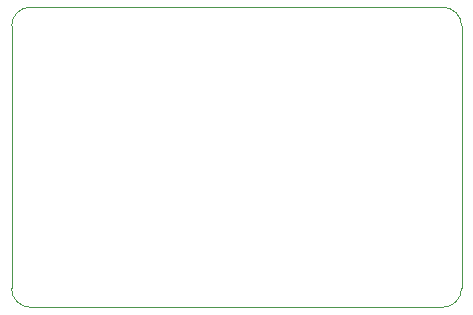
<source format=gm1>
G04 #@! TF.GenerationSoftware,KiCad,Pcbnew,(5.1.5)-3*
G04 #@! TF.CreationDate,2020-04-16T21:49:39-04:00*
G04 #@! TF.ProjectId,binarykb,62696e61-7279-46b6-922e-6b696361645f,rev?*
G04 #@! TF.SameCoordinates,Original*
G04 #@! TF.FileFunction,Profile,NP*
%FSLAX46Y46*%
G04 Gerber Fmt 4.6, Leading zero omitted, Abs format (unit mm)*
G04 Created by KiCad (PCBNEW (5.1.5)-3) date 2020-04-16 21:49:39*
%MOMM*%
%LPD*%
G04 APERTURE LIST*
%ADD10C,0.050000*%
G04 APERTURE END LIST*
D10*
X43656250Y-116681250D02*
X78581250Y-116681250D01*
X42068750Y-140493750D02*
X42068750Y-118268750D01*
X78581250Y-142081250D02*
X43656250Y-142081250D01*
X80168750Y-118268750D02*
X80168750Y-140493750D01*
X42068750Y-118268750D02*
G75*
G02X43656250Y-116681250I1587500J0D01*
G01*
X43656250Y-142081250D02*
G75*
G02X42068750Y-140493750I0J1587500D01*
G01*
X78581250Y-116681250D02*
G75*
G02X80168750Y-118268750I0J-1587500D01*
G01*
X80168750Y-140493750D02*
G75*
G02X78581250Y-142081250I-1587500J0D01*
G01*
M02*

</source>
